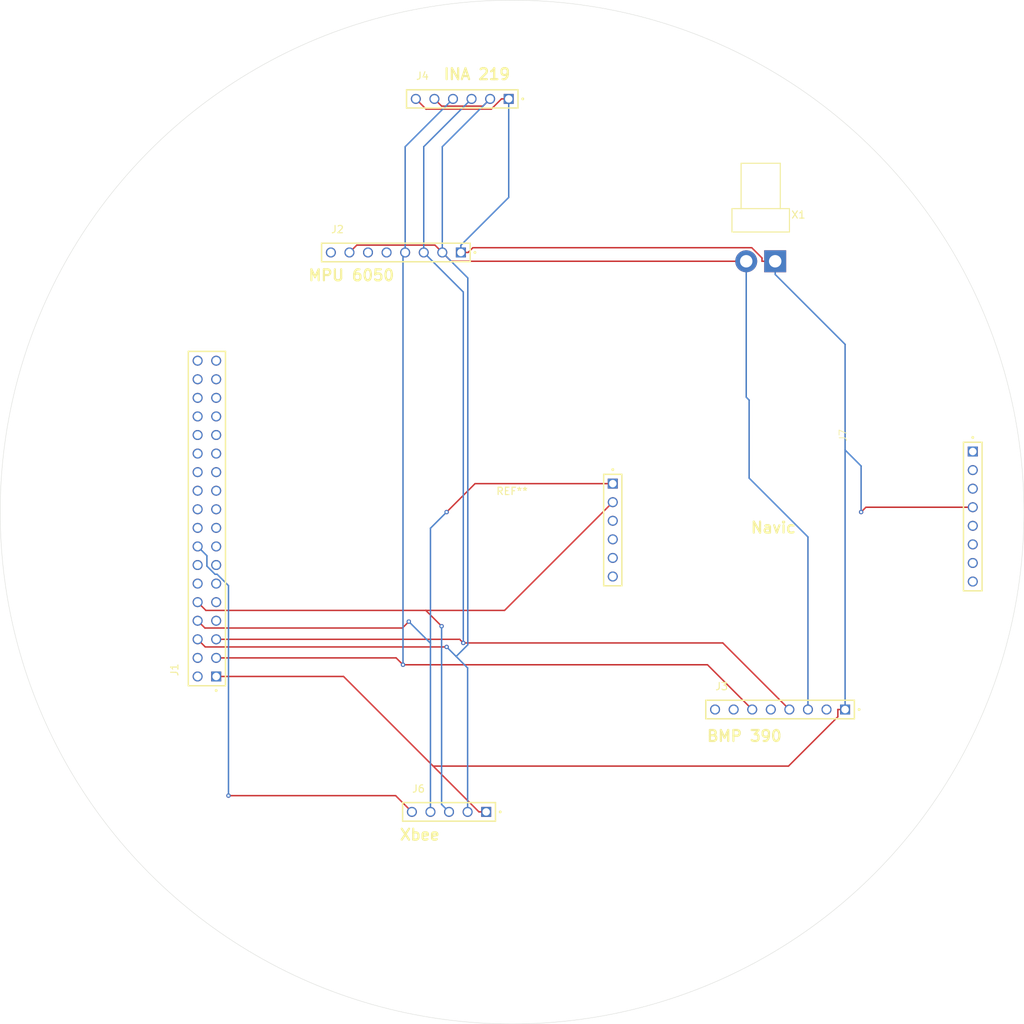
<source format=kicad_pcb>
(kicad_pcb (version 20241229) (generator "pcbnew") (generator_version "9.0")
  (layers (0 "F.Cu" signal) (2 "B.Cu" signal) (13 "F.Paste" user) (15 "B.Paste" user) (5 "F.SilkS" user "F.Silkscreen") (7 "B.SilkS" user "B.Silkscreen") (1 "F.Mask" user) (3 "B.Mask" user) (25 "Edge.Cuts" user))
  (net 0 "")
  (net 25 "Net-(J1-Pad10)")
  (net 42 "Net-(J1-Pad16)")
  (net 43 "Net-(J1-Pad06)")
  (net 44 "Net-(J1-Pad01)")
  (net 45 "Net-(J1-Pad08)")
  (net 46 "Net-(J1-Pad05)")
  (net 47 "Net-(J1-Pad03)")
  (footprint "Kicad:MTSW-118-06-G-D-050" (layer "F.Cu") (at 95.54 123.48 90)
    (property "Reference" "J1" (at 0.905 -5.695 90) (layer "F.SilkS"))
    (property "Value" "MTSW-118-06-G-D-050")
    (fp_line (start 44.45 -3.81) (end -1.27 -3.81) (stroke (width 0.2)) (layer "F.SilkS"))
    (fp_line (start 44.45 -3.81) (end 44.45 1.27) (stroke (width 0.2)) (layer "F.SilkS"))
    (fp_line (start 44.45 1.27) (end -1.27 1.27) (stroke (width 0.2)) (layer "F.SilkS"))
    (fp_line (start -1.27 1.27) (end -1.27 -3.81) (stroke (width 0.2)) (layer "F.SilkS"))
    (fp_circle (center -1.92 0) (end -1.82 0) (stroke (width 0.2)) (fill no) (layer "F.SilkS"))
    (pad "01" thru_hole rect (at 0 0 90) (size 1.37 1.37) (drill 1.02) (layers "*.Cu" "*.Mask") (net 44 "Net-(J1-Pad01)"))
    (pad "02" thru_hole circle (at 0 -2.54 90) (size 1.37 1.37) (drill 1.02) (layers "*.Cu" "*.Mask"))
    (pad "03" thru_hole circle (at 2.54 0 90) (size 1.37 1.37) (drill 1.02) (layers "*.Cu" "*.Mask") (net 47 "Net-(J1-Pad03)"))
    (pad "04" thru_hole circle (at 2.54 -2.54 90) (size 1.37 1.37) (drill 1.02) (layers "*.Cu" "*.Mask"))
    (pad "05" thru_hole circle (at 5.08 0 90) (size 1.37 1.37) (drill 1.02) (layers "*.Cu" "*.Mask") (net 46 "Net-(J1-Pad05)"))
    (pad "06" thru_hole circle (at 5.08 -2.54 90) (size 1.37 1.37) (drill 1.02) (layers "*.Cu" "*.Mask") (net 43 "Net-(J1-Pad06)"))
    (pad "07" thru_hole circle (at 7.62 0 90) (size 1.37 1.37) (drill 1.02) (layers "*.Cu" "*.Mask"))
    (pad "08" thru_hole circle (at 7.62 -2.54 90) (size 1.37 1.37) (drill 1.02) (layers "*.Cu" "*.Mask") (net 45 "Net-(J1-Pad08)"))
    (pad "09" thru_hole circle (at 10.16 0 90) (size 1.37 1.37) (drill 1.02) (layers "*.Cu" "*.Mask"))
    (pad "10" thru_hole circle (at 10.16 -2.54 90) (size 1.37 1.37) (drill 1.02) (layers "*.Cu" "*.Mask") (net 25 "Net-(J1-Pad10)"))
    (pad "11" thru_hole circle (at 12.7 0 90) (size 1.37 1.37) (drill 1.02) (layers "*.Cu" "*.Mask"))
    (pad "12" thru_hole circle (at 12.7 -2.54 90) (size 1.37 1.37) (drill 1.02) (layers "*.Cu" "*.Mask"))
    (pad "13" thru_hole circle (at 15.24 0 90) (size 1.37 1.37) (drill 1.02) (layers "*.Cu" "*.Mask"))
    (pad "14" thru_hole circle (at 15.24 -2.54 90) (size 1.37 1.37) (drill 1.02) (layers "*.Cu" "*.Mask"))
    (pad "15" thru_hole circle (at 17.78 0 90) (size 1.37 1.37) (drill 1.02) (layers "*.Cu" "*.Mask"))
    (pad "16" thru_hole circle (at 17.78 -2.54 90) (size 1.37 1.37) (drill 1.02) (layers "*.Cu" "*.Mask") (net 42 "Net-(J1-Pad16)"))
    (pad "17" thru_hole circle (at 20.32 0 90) (size 1.37 1.37) (drill 1.02) (layers "*.Cu" "*.Mask"))
    (pad "18" thru_hole circle (at 20.32 -2.54 90) (size 1.37 1.37) (drill 1.02) (layers "*.Cu" "*.Mask"))
    (pad "19" thru_hole circle (at 22.86 0 90) (size 1.37 1.37) (drill 1.02) (layers "*.Cu" "*.Mask"))
    (pad "20" thru_hole circle (at 22.86 -2.54 90) (size 1.37 1.37) (drill 1.02) (layers "*.Cu" "*.Mask"))
    (pad "21" thru_hole circle (at 25.4 0 90) (size 1.37 1.37) (drill 1.02) (layers "*.Cu" "*.Mask"))
    (pad "22" thru_hole circle (at 25.4 -2.54 90) (size 1.37 1.37) (drill 1.02) (layers "*.Cu" "*.Mask"))
    (pad "23" thru_hole circle (at 27.94 0 90) (size 1.37 1.37) (drill 1.02) (layers "*.Cu" "*.Mask"))
    (pad "24" thru_hole circle (at 27.94 -2.54 90) (size 1.37 1.37) (drill 1.02) (layers "*.Cu" "*.Mask"))
    (pad "25" thru_hole circle (at 30.48 0 90) (size 1.37 1.37) (drill 1.02) (layers "*.Cu" "*.Mask"))
    (pad "26" thru_hole circle (at 30.48 -2.54 90) (size 1.37 1.37) (drill 1.02) (layers "*.Cu" "*.Mask"))
    (pad "27" thru_hole circle (at 33.02 0 90) (size 1.37 1.37) (drill 1.02) (layers "*.Cu" "*.Mask"))
    (pad "28" thru_hole circle (at 33.02 -2.54 90) (size 1.37 1.37) (drill 1.02) (layers "*.Cu" "*.Mask"))
    (pad "29" thru_hole circle (at 35.56 0 90) (size 1.37 1.37) (drill 1.02) (layers "*.Cu" "*.Mask"))
    (pad "30" thru_hole circle (at 35.56 -2.54 90) (size 1.37 1.37) (drill 1.02) (layers "*.Cu" "*.Mask"))
    (pad "31" thru_hole circle (at 38.1 0 90) (size 1.37 1.37) (drill 1.02) (layers "*.Cu" "*.Mask"))
    (pad "32" thru_hole circle (at 38.1 -2.54 90) (size 1.37 1.37) (drill 1.02) (layers "*.Cu" "*.Mask"))
    (pad "33" thru_hole circle (at 40.64 0 90) (size 1.37 1.37) (drill 1.02) (layers "*.Cu" "*.Mask"))
    (pad "34" thru_hole circle (at 40.64 -2.54 90) (size 1.37 1.37) (drill 1.02) (layers "*.Cu" "*.Mask"))
    (pad "35" thru_hole circle (at 43.18 0 90) (size 1.37 1.37) (drill 1.02) (layers "*.Cu" "*.Mask"))
    (pad "36" thru_hole circle (at 43.18 -2.54 90) (size 1.37 1.37) (drill 1.02) (layers "*.Cu" "*.Mask"))
  )
  (footprint "5x1 header:SAMTEC_MTSW-105-24-L-S-252" (layer "F.Cu") (at 127.38 142)
    (property "Reference" "J6" (at -4.175 -3.155 0) (layer "F.SilkS"))
    (property "Value" "MTSW-105-24-L-S-252")
    (fp_line (start -6.35 1.27) (end -6.35 -1.27) (stroke (width 0.2)) (layer "F.SilkS"))
    (fp_line (start 6.35 -1.27) (end -6.35 -1.27) (stroke (width 0.2)) (layer "F.SilkS"))
    (fp_line (start 6.35 -1.27) (end 6.35 1.27) (stroke (width 0.2)) (layer "F.SilkS"))
    (fp_line (start 6.35 1.27) (end -6.35 1.27) (stroke (width 0.2)) (layer "F.SilkS"))
    (fp_circle (center 7 0) (end 7.1 0) (stroke (width 0.2)) (fill no) (layer "F.SilkS"))
    (pad "01" thru_hole rect (at 5.08 0) (size 1.37 1.37) (drill 1.02) (layers "*.Cu" "*.Mask") (net 44 "Net-(J1-Pad01)"))
    (pad "02" thru_hole circle (at 2.54 0) (size 1.37 1.37) (drill 1.02) (layers "*.Cu" "*.Mask") (net 43 "Net-(J1-Pad06)"))
    (pad "03" thru_hole circle (at 0 0) (size 1.37 1.37) (drill 1.02) (layers "*.Cu" "*.Mask") (net 25 "Net-(J1-Pad10)"))
    (pad "04" thru_hole circle (at -2.54 0) (size 1.37 1.37) (drill 1.02) (layers "*.Cu" "*.Mask") (net 45 "Net-(J1-Pad08)"))
    (pad "05" thru_hole circle (at -5.08 0) (size 1.37 1.37) (drill 1.02) (layers "*.Cu" "*.Mask") (net 42 "Net-(J1-Pad16)"))
  )
  (footprint "8x1 header:SAMTEC_MTSW-108-09-T-S-525" (layer "F.Cu") (at 120.11 65.5)
    (property "Reference" "J2" (at -7.985 -3.155 0) (layer "F.SilkS"))
    (property "Value" "MTSW-108-09-T-S-525")
    (fp_line (start -10.16 1.27) (end -10.16 -1.27) (stroke (width 0.2)) (layer "F.SilkS"))
    (fp_line (start 10.16 -1.27) (end -10.16 -1.27) (stroke (width 0.2)) (layer "F.SilkS"))
    (fp_line (start 10.16 -1.27) (end 10.16 1.27) (stroke (width 0.2)) (layer "F.SilkS"))
    (fp_line (start 10.16 1.27) (end -10.16 1.27) (stroke (width 0.2)) (layer "F.SilkS"))
    (fp_circle (center 10.81 0) (end 10.91 0) (stroke (width 0.2)) (fill no) (layer "F.SilkS"))
    (pad "01" thru_hole rect (at 8.89 0) (size 1.37 1.37) (drill 1.02) (layers "*.Cu" "*.Mask") (net 44 "Net-(J1-Pad01)"))
    (pad "02" thru_hole circle (at 6.35 0) (size 1.37 1.37) (drill 1.02) (layers "*.Cu" "*.Mask") (net 43 "Net-(J1-Pad06)"))
    (pad "03" thru_hole circle (at 3.81 0) (size 1.37 1.37) (drill 1.02) (layers "*.Cu" "*.Mask") (net 46 "Net-(J1-Pad05)"))
    (pad "04" thru_hole circle (at 1.27 0) (size 1.37 1.37) (drill 1.02) (layers "*.Cu" "*.Mask") (net 47 "Net-(J1-Pad03)"))
    (pad "05" thru_hole circle (at -1.27 0) (size 1.37 1.37) (drill 1.02) (layers "*.Cu" "*.Mask"))
    (pad "06" thru_hole circle (at -3.81 0) (size 1.37 1.37) (drill 1.02) (layers "*.Cu" "*.Mask"))
    (pad "07" thru_hole circle (at -6.35 0) (size 1.37 1.37) (drill 1.02) (layers "*.Cu" "*.Mask") (net 43 "Net-(J1-Pad06)"))
    (pad "08" thru_hole circle (at -8.89 0) (size 1.37 1.37) (drill 1.02) (layers "*.Cu" "*.Mask"))
  )
  (footprint "6X1header:SAMTEC_HTSW-106-20-SM-S" (layer "F.Cu") (at 129.19 44.5)
    (property "Reference" "J4" (at -5.445 -3.1295 0) (layer "F.SilkS"))
    (property "Value" "HTSW-106-20-SM-S")
    (fp_line (start -7.62 1.2445) (end -7.62 -1.2445) (stroke (width 0.2)) (layer "F.SilkS"))
    (fp_line (start 7.62 -1.2445) (end -7.62 -1.2445) (stroke (width 0.2)) (layer "F.SilkS"))
    (fp_line (start 7.62 -1.2445) (end 7.62 1.2445) (stroke (width 0.2)) (layer "F.SilkS"))
    (fp_line (start 7.62 1.2445) (end -7.62 1.2445) (stroke (width 0.2)) (layer "F.SilkS"))
    (fp_circle (center 8.27 0) (end 8.37 0) (stroke (width 0.2)) (fill no) (layer "F.SilkS"))
    (pad "01" thru_hole rect (at 6.35 0) (size 1.37 1.37) (drill 1.02) (layers "*.Cu" "*.Mask") (net 44 "Net-(J1-Pad01)"))
    (pad "02" thru_hole circle (at 3.81 0) (size 1.37 1.37) (drill 1.02) (layers "*.Cu" "*.Mask") (net 43 "Net-(J1-Pad06)"))
    (pad "03" thru_hole circle (at 1.27 0) (size 1.37 1.37) (drill 1.02) (layers "*.Cu" "*.Mask") (net 46 "Net-(J1-Pad05)"))
    (pad "04" thru_hole circle (at -1.27 0) (size 1.37 1.37) (drill 1.02) (layers "*.Cu" "*.Mask") (net 47 "Net-(J1-Pad03)"))
    (pad "05" thru_hole circle (at -3.81 0) (size 1.37 1.37) (drill 1.02) (layers "*.Cu" "*.Mask") (net 43 "Net-(J1-Pad06)"))
    (pad "06" thru_hole circle (at -6.35 0) (size 1.37 1.37) (drill 1.02) (layers "*.Cu" "*.Mask") (net 44 "Net-(J1-Pad01)"))
  )
  (footprint "2 JST:B2PS-VH" (layer "F.Cu") (at 170 66.7025 180)
    (property "Reference" "X1" (at -5.155 6.35 0) (layer "F.SilkS"))
    (property "Value" "B2PS-VH")
    (fp_line (start 3.93 7.2) (end 3.93 4) (stroke (width 0.1524)) (layer "F.SilkS"))
    (fp_line (start 3.93 4) (end -3.93 4) (stroke (width 0.1524)) (layer "F.SilkS"))
    (fp_line (start 2.68 13.4) (end 2.68 7.2) (stroke (width 0.1524)) (layer "F.SilkS"))
    (fp_line (start 2.68 7.2) (end 3.93 7.2) (stroke (width 0.1524)) (layer "F.SilkS"))
    (fp_line (start -2.68 13.4) (end 2.68 13.4) (stroke (width 0.1524)) (layer "F.SilkS"))
    (fp_line (start -2.68 13.4) (end -2.68 7.2) (stroke (width 0.1524)) (layer "F.SilkS"))
    (fp_line (start -2.68 7.2) (end 2.68 7.2) (stroke (width 0.1524)) (layer "F.SilkS"))
    (fp_line (start -3.93 7.2) (end -2.68 7.2) (stroke (width 0.1524)) (layer "F.SilkS"))
    (fp_line (start -3.93 4) (end -3.93 7.2) (stroke (width 0.1524)) (layer "F.SilkS"))
    (pad "1" thru_hole rect (at -1.98 0 180) (size 3 3) (drill 1.7) (layers "*.Cu" "*.Mask") (net 44 "Net-(J1-Pad01)"))
    (pad "2" thru_hole circle (at 1.98 0 180) (size 3 3) (drill 1.7) (layers "*.Cu" "*.Mask") (net 43 "Net-(J1-Pad06)"))
  )
  (footprint "8x1 header:SAMTEC_MTSW-108-09-T-S-525" (layer "F.Cu") (at 172.65 128)
    (property "Reference" "J3" (at -7.985 -3.155 0) (layer "F.SilkS"))
    (property "Value" "MTSW-108-09-T-S-525")
    (fp_line (start -10.16 1.27) (end -10.16 -1.27) (stroke (width 0.2)) (layer "F.SilkS"))
    (fp_line (start 10.16 -1.27) (end -10.16 -1.27) (stroke (width 0.2)) (layer "F.SilkS"))
    (fp_line (start 10.16 -1.27) (end 10.16 1.27) (stroke (width 0.2)) (layer "F.SilkS"))
    (fp_line (start 10.16 1.27) (end -10.16 1.27) (stroke (width 0.2)) (layer "F.SilkS"))
    (fp_circle (center 10.81 0) (end 10.91 0) (stroke (width 0.2)) (fill no) (layer "F.SilkS"))
    (pad "01" thru_hole rect (at 8.89 0) (size 1.37 1.37) (drill 1.02) (layers "*.Cu" "*.Mask") (net 44 "Net-(J1-Pad01)"))
    (pad "02" thru_hole circle (at 6.35 0) (size 1.37 1.37) (drill 1.02) (layers "*.Cu" "*.Mask"))
    (pad "03" thru_hole circle (at 3.81 0) (size 1.37 1.37) (drill 1.02) (layers "*.Cu" "*.Mask") (net 43 "Net-(J1-Pad06)"))
    (pad "04" thru_hole circle (at 1.27 0) (size 1.37 1.37) (drill 1.02) (layers "*.Cu" "*.Mask") (net 46 "Net-(J1-Pad05)"))
    (pad "05" thru_hole circle (at -1.27 0) (size 1.37 1.37) (drill 1.02) (layers "*.Cu" "*.Mask"))
    (pad "06" thru_hole circle (at -3.81 0) (size 1.37 1.37) (drill 1.02) (layers "*.Cu" "*.Mask") (net 47 "Net-(J1-Pad03)"))
    (pad "07" thru_hole circle (at -6.35 0) (size 1.37 1.37) (drill 1.02) (layers "*.Cu" "*.Mask"))
    (pad "08" thru_hole circle (at -8.89 0) (size 1.37 1.37) (drill 1.02) (layers "*.Cu" "*.Mask"))
  )
  (footprint "NaVIC:navic" (layer "F.Cu") (at 187.77 101.61)
    (property "Reference" "J7" (at -6.5055 -11.1 90) (layer "F.SilkS") (effects (font (thickness 0.1))))
    (property "Value" "TSW-114-29-T-S")
    (fp_line (start -39.2445 -5.77) (end -39.2445 9.47) (stroke (width 0.2)) (layer "F.SilkS"))
    (fp_line (start -39.2445 -5.77) (end -36.7555 -5.77) (stroke (width 0.2)) (layer "F.SilkS"))
    (fp_line (start -36.7555 -5.77) (end -36.7555 9.47) (stroke (width 0.2)) (layer "F.SilkS"))
    (fp_line (start -36.7555 9.47) (end -39.2445 9.47) (stroke (width 0.2)) (layer "F.SilkS"))
    (fp_line (start 9.96 -10.16) (end 9.96 10.16) (stroke (width 0.2)) (layer "F.SilkS"))
    (fp_line (start 9.96 -10.16) (end 12.5 -10.16) (stroke (width 0.2)) (layer "F.SilkS"))
    (fp_line (start 12.5 -10.16) (end 12.5 10.16) (stroke (width 0.2)) (layer "F.SilkS"))
    (fp_line (start 12.5 10.16) (end 9.96 10.16) (stroke (width 0.2)) (layer "F.SilkS"))
    (fp_circle (center -38 -6.42) (end -38 -6.52) (stroke (width 0.2)) (fill no) (layer "F.SilkS"))
    (fp_circle (center 11.23 -10.81) (end 11.23 -10.91) (stroke (width 0.2)) (fill no) (layer "F.SilkS"))
    (pad "01" thru_hole rect (at -38 -4.5 90) (size 1.37 1.37) (drill 1.02) (layers "*.Cu" "*.Mask") (net 45 "Net-(J1-Pad08)"))
    (pad "02" thru_hole circle (at -38 -1.96 90) (size 1.37 1.37) (drill 1.02) (layers "*.Cu" "*.Mask") (net 25 "Net-(J1-Pad10)"))
    (pad "03" thru_hole circle (at -38 0.58 90) (size 1.37 1.37) (drill 1.02) (layers "*.Cu" "*.Mask"))
    (pad "04" thru_hole circle (at -38 3.12 90) (size 1.37 1.37) (drill 1.02) (layers "*.Cu" "*.Mask"))
    (pad "05" thru_hole circle (at -38 5.66 90) (size 1.37 1.37) (drill 1.02) (layers "*.Cu" "*.Mask"))
    (pad "06" thru_hole circle (at -38 8.2 90) (size 1.37 1.37) (drill 1.02) (layers "*.Cu" "*.Mask"))
    (pad "7" thru_hole rect (at 11.23 -8.89 90) (size 1.37 1.37) (drill 1.02) (layers "*.Cu" "*.Mask"))
    (pad "8" thru_hole circle (at 11.23 -6.35 90) (size 1.37 1.37) (drill 1.02) (layers "*.Cu" "*.Mask"))
    (pad "9" thru_hole circle (at 11.23 -3.81 90) (size 1.37 1.37) (drill 1.02) (layers "*.Cu" "*.Mask"))
    (pad "10" thru_hole circle (at 11.23 -1.27 90) (size 1.37 1.37) (drill 1.02) (layers "*.Cu" "*.Mask") (net 44 "Net-(J1-Pad01)"))
    (pad "11" thru_hole circle (at 11.23 1.27 90) (size 1.37 1.37) (drill 1.02) (layers "*.Cu" "*.Mask"))
    (pad "12" thru_hole circle (at 11.23 3.81 90) (size 1.37 1.37) (drill 1.02) (layers "*.Cu" "*.Mask"))
    (pad "13" thru_hole circle (at 11.23 6.35 90) (size 1.37 1.37) (drill 1.02) (layers "*.Cu" "*.Mask"))
    (pad "14" thru_hole circle (at 11.23 8.89 90) (size 1.37 1.37) (drill 1.02) (layers "*.Cu" "*.Mask"))
  )
  (footprint "MountingHole:MountingHole_2.2mm_M2_DIN965" (layer "F.Cu") (at 136 101)
    (property "Reference" "REF**" (at 0 -2.85 0) (layer "F.SilkS"))
    (property "Value" "MountingHole_2.2mm_M2_DIN965")
    (pad "" np_thru_hole circle (at 0 0) (size 2.2 2.2) (drill 2.2) (layers "*.Cu" "*.Mask"))
  )
  (gr_circle (center 136 101) (end 206 101) (stroke (width 0.05)) (fill no) (layer "Edge.Cuts"))
  (gr_text "INA 219" (at 126.5 42 0) (layer "F.SilkS") (effects (font (size 1.5 1.5) (thickness 0.3) (bold yes)) (justify left bottom)))
  (gr_text "MPU 6050" (at 108 69.5 0) (layer "F.SilkS") (effects (font (size 1.5 1.5) (thickness 0.3) (bold yes)) (justify left bottom)))
  (gr_text "BMP 390" (at 162.5 132.5 0) (layer "F.SilkS") (effects (font (size 1.5 1.5) (thickness 0.3) (bold yes)) (justify left bottom)))
  (gr_text "Xbee" (at 120.5 146 0) (layer "F.SilkS") (effects (font (size 1.5 1.5) (thickness 0.3) (bold yes)) (justify left bottom)))
  (gr_text "Navic" (at 168.5 104 0) (layer "F.SilkS") (effects (font (size 1.5 1.5) (thickness 0.3) (bold yes)) (justify left bottom)))
  (segment (start 94.1284 114.448) (end 124.206 114.448) (width 0.2) (layer "F.Cu") (net 25))
  (segment (start 134.972 114.448) (end 124.206 114.448) (width 0.2) (layer "F.Cu") (net 25))
  (segment (start 93 113.32) (end 94.1284 114.448) (width 0.2) (layer "F.Cu") (net 25))
  (segment (start 149.77 99.65) (end 134.972 114.448) (width 0.2) (layer "F.Cu") (net 25))
  (segment (start 124.206 114.448) (end 126.361 116.603) (width 0.2) (layer "F.Cu") (net 25))
  (via (at 126.361 116.603) (size 0.6) (drill 0.3) (layers "F.Cu" "B.Cu") (net 25))
  (segment (start 126.361 140.981) (end 127.38 142) (width 0.2) (layer "B.Cu") (net 25))
  (segment (start 126.361 116.603) (end 126.361 140.981) (width 0.2) (layer "B.Cu") (net 25))
  (segment (start 120.078 139.778) (end 122.3 142) (width 0.2) (layer "F.Cu") (net 42))
  (segment (start 97.2201 139.778) (end 120.078 139.778) (width 0.2) (layer "F.Cu") (net 42))
  (via (at 97.2201 139.778) (size 0.6) (drill 0.3) (layers "F.Cu" "B.Cu") (net 42))
  (segment (start 95.3862 109.51) (end 95.671 109.51) (width 0.2) (layer "B.Cu") (net 42))
  (segment (start 95.671 109.51) (end 97.2201 111.059) (width 0.2) (layer "B.Cu") (net 42))
  (segment (start 93 105.7) (end 94.27 106.97) (width 0.2) (layer "B.Cu") (net 42))
  (segment (start 97.2201 111.059) (end 97.2201 139.778) (width 0.2) (layer "B.Cu") (net 42))
  (segment (start 94.27 106.97) (end 94.27 108.394) (width 0.2) (layer "B.Cu") (net 42))
  (segment (start 94.27 108.394) (end 95.3862 109.51) (width 0.2) (layer "B.Cu") (net 42))
  (segment (start 93 118.4) (end 94.0441 119.444) (width 0.2) (layer "F.Cu") (net 43))
  (segment (start 168.02 66.7025) (end 127.662 66.7025) (width 0.2) (layer "F.Cu") (net 43))
  (segment (start 126.3667 45.4867) (end 125.38 44.5) (width 0.2) (layer "F.Cu") (net 43))
  (segment (start 132.0133 45.4867) (end 126.3667 45.4867) (width 0.2) (layer "F.Cu") (net 43))
  (segment (start 126.46 65.5) (end 125.454 64.4938) (width 0.2) (layer "F.Cu") (net 43))
  (segment (start 94.0441 119.444) (end 127.051 119.444) (width 0.2) (layer "F.Cu") (net 43))
  (segment (start 125.454 64.4938) (end 114.766 64.4938) (width 0.2) (layer "F.Cu") (net 43))
  (segment (start 114.766 64.4938) (end 113.76 65.5) (width 0.2) (layer "F.Cu") (net 43))
  (segment (start 133 44.5) (end 132.0133 45.4867) (width 0.2) (layer "F.Cu") (net 43))
  (segment (start 127.662 66.7025) (end 126.46 65.5) (width 0.2) (layer "F.Cu") (net 43))
  (via (at 127.051 119.444) (size 0.6) (drill 0.3) (layers "F.Cu" "B.Cu") (net 43))
  (segment (start 176.46 128) (end 176.46 104.4005) (width 0.2) (layer "B.Cu") (net 43))
  (segment (start 127.051 119.444) (end 128.351 120.744) (width 0.2) (layer "B.Cu") (net 43))
  (segment (start 129.948 68.988) (end 126.46 65.5) (width 0.2) (layer "B.Cu") (net 43))
  (segment (start 129.92 122.313) (end 129.92 142) (width 0.2) (layer "B.Cu") (net 43))
  (segment (start 129.948 119.147) (end 129.948 68.988) (width 0.2) (layer "B.Cu") (net 43))
  (segment (start 126.46 51.04) (end 133 44.5) (width 0.2) (layer "B.Cu") (net 43))
  (segment (start 168.417 96.3575) (end 176.46 104.4005) (width 0.2) (layer "B.Cu") (net 43))
  (segment (start 128.351 120.744) (end 129.948 119.147) (width 0.2) (layer "B.Cu") (net 43))
  (segment (start 168.417 85.6853) (end 168.02 85.2881) (width 0.2) (layer "B.Cu") (net 43))
  (segment (start 128.351 120.744) (end 129.92 122.313) (width 0.2) (layer "B.Cu") (net 43))
  (segment (start 168.417 85.6853) (end 168.417 96.3575) (width 0.2) (layer "B.Cu") (net 43))
  (segment (start 168.02 85.2881) (end 168.02 66.7025) (width 0.2) (layer "B.Cu") (net 43))
  (segment (start 126.46 65.5) (end 126.46 51.04) (width 0.2) (layer "B.Cu") (net 43))
  (segment (start 112.953 123.48) (end 125.211 135.737) (width 0.2) (layer "F.Cu") (net 44))
  (segment (start 173.803 135.737) (end 125.211 135.737) (width 0.2) (layer "F.Cu") (net 44))
  (segment (start 95.54 123.48) (end 112.953 123.48) (width 0.2) (layer "F.Cu") (net 44))
  (segment (start 122.84 44.5) (end 124.2349 45.8949) (width 0.2) (layer "F.Cu") (net 44))
  (segment (start 180.553 128) (end 180.553 128.987) (width 0.2) (layer "F.Cu") (net 44))
  (segment (start 129.987 65.5) (end 129 65.5) (width 0.2) (layer "F.Cu") (net 44))
  (segment (start 171.98 66.7025) (end 170.178 66.7025) (width 0.2) (layer "F.Cu") (net 44))
  (segment (start 133.1584 45.8949) (end 134.5533 44.5) (width 0.2) (layer "F.Cu") (net 44))
  (segment (start 131.473 142) (end 132.46 142) (width 0.2) (layer "F.Cu") (net 44))
  (segment (start 130.639 64.848) (end 129.987 65.5) (width 0.2) (layer "F.Cu") (net 44))
  (segment (start 168.774 64.848) (end 130.639 64.848) (width 0.2) (layer "F.Cu") (net 44))
  (segment (start 181.54 128) (end 180.553 128) (width 0.2) (layer "F.Cu") (net 44))
  (segment (start 124.2349 45.8949) (end 133.1584 45.8949) (width 0.2) (layer "F.Cu") (net 44))
  (segment (start 180.553 128.987) (end 173.803 135.737) (width 0.2) (layer "F.Cu") (net 44))
  (segment (start 170.178 66.7025) (end 170.178 66.2521) (width 0.2) (layer "F.Cu") (net 44))
  (segment (start 170.178 66.2521) (end 168.774 64.848) (width 0.2) (layer "F.Cu") (net 44))
  (segment (start 199 100.34) (end 184.3881 100.34) (width 0.2) (layer "F.Cu") (net 44))
  (segment (start 135.54 44.5) (end 134.5533 44.5) (width 0.2) (layer "F.Cu") (net 44))
  (segment (start 184.3881 100.34) (end 183.73 100.9981) (width 0.2) (layer "F.Cu") (net 44))
  (segment (start 125.211 135.737) (end 131.473 142) (width 0.2) (layer "F.Cu") (net 44))
  (via (at 183.73 100.9981) (size 0.6) (drill 0.3) (layers "F.Cu" "B.Cu") (net 44))
  (segment (start 129 65.5) (end 129 64.5133) (width 0.2) (layer "B.Cu") (net 44))
  (segment (start 171.98 68.5042) (end 171.98 66.7025) (width 0.2) (layer "B.Cu") (net 44))
  (segment (start 183.73 100.9981) (end 183.73 94.7014) (width 0.2) (layer "B.Cu") (net 44))
  (segment (start 129 64.5133) (end 135.54 57.9733) (width 0.2) (layer "B.Cu") (net 44))
  (segment (start 183.73 94.7014) (end 181.54 92.5114) (width 0.2) (layer "B.Cu") (net 44))
  (segment (start 181.54 92.5114) (end 181.54 78.0642) (width 0.2) (layer "B.Cu") (net 44))
  (segment (start 181.54 78.0642) (end 171.98 68.5042) (width 0.2) (layer "B.Cu") (net 44))
  (segment (start 135.54 57.9733) (end 135.54 44.5) (width 0.2) (layer "B.Cu") (net 44))
  (segment (start 181.54 128) (end 181.54 92.5114) (width 0.2) (layer "B.Cu") (net 44))
  (segment (start 93.9952 116.855) (end 121.002 116.855) (width 0.2) (layer "F.Cu") (net 45))
  (segment (start 127.0511 100.9981) (end 130.9392 97.11) (width 0.2) (layer "F.Cu") (net 45))
  (segment (start 93 115.86) (end 93.9952 116.855) (width 0.2) (layer "F.Cu") (net 45))
  (segment (start 121.002 116.855) (end 121.881 115.977) (width 0.2) (layer "F.Cu") (net 45))
  (segment (start 130.9392 97.11) (end 149.77 97.11) (width 0.2) (layer "F.Cu") (net 45))
  (via (at 121.881 115.977) (size 0.6) (drill 0.3) (layers "F.Cu" "B.Cu") (net 45))
  (via (at 127.0511 100.9981) (size 0.6) (drill 0.3) (layers "F.Cu" "B.Cu") (net 45))
  (segment (start 124.84 118.936) (end 124.84 103.2092) (width 0.2) (layer "B.Cu") (net 45))
  (segment (start 124.84 103.2092) (end 127.0511 100.9981) (width 0.2) (layer "B.Cu") (net 45))
  (segment (start 121.881 115.977) (end 124.84 118.936) (width 0.2) (layer "B.Cu") (net 45))
  (segment (start 124.84 118.936) (end 124.84 142) (width 0.2) (layer "B.Cu") (net 45))
  (segment (start 128.834 118.4) (end 95.54 118.4) (width 0.2) (layer "F.Cu") (net 46))
  (segment (start 164.817 118.897) (end 129.331 118.897) (width 0.2) (layer "F.Cu") (net 46))
  (segment (start 173.92 128) (end 164.817 118.897) (width 0.2) (layer "F.Cu") (net 46))
  (segment (start 129.331 118.897) (end 128.834 118.4) (width 0.2) (layer "F.Cu") (net 46))
  (via (at 129.331 118.897) (size 0.6) (drill 0.3) (layers "F.Cu" "B.Cu") (net 46))
  (segment (start 129.331 118.897) (end 129.331 70.9107) (width 0.2) (layer "B.Cu") (net 46))
  (segment (start 123.92 51.04) (end 123.92 65.5) (width 0.2) (layer "B.Cu") (net 46))
  (segment (start 129.331 70.9107) (end 123.92 65.5) (width 0.2) (layer "B.Cu") (net 46))
  (segment (start 130.46 44.5) (end 123.92 51.04) (width 0.2) (layer "B.Cu") (net 46))
  (segment (start 162.72 121.88) (end 168.84 128) (width 0.2) (layer "F.Cu") (net 47))
  (segment (start 95.54 120.94) (end 120.145 120.94) (width 0.2) (layer "F.Cu") (net 47))
  (segment (start 120.145 120.94) (end 121.085 121.88) (width 0.2) (layer "F.Cu") (net 47))
  (segment (start 121.085 121.88) (end 162.72 121.88) (width 0.2) (layer "F.Cu") (net 47))
  (via (at 121.085 121.88) (size 0.6) (drill 0.3) (layers "F.Cu" "B.Cu") (net 47))
  (segment (start 121.38 51.04) (end 121.38 65.5) (width 0.2) (layer "B.Cu") (net 47))
  (segment (start 127.92 44.5) (end 121.38 51.04) (width 0.2) (layer "B.Cu") (net 47))
  (segment (start 121.085 121.88) (end 121.085 65.7951) (width 0.2) (layer "B.Cu") (net 47))
  (segment (start 121.085 65.7951) (end 121.38 65.5) (width 0.2) (layer "B.Cu") (net 47))
)
</source>
